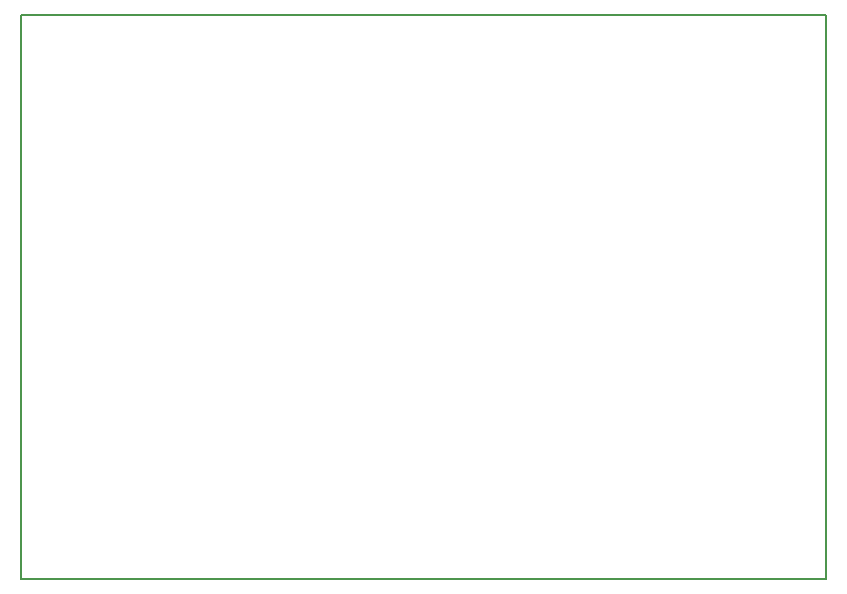
<source format=gbr>
%TF.GenerationSoftware,KiCad,Pcbnew,7.0.8*%
%TF.CreationDate,2026-01-30T16:34:38+01:00*%
%TF.ProjectId,taxanRGB,74617861-6e52-4474-922e-6b696361645f,rev?*%
%TF.SameCoordinates,Original*%
%TF.FileFunction,Profile,NP*%
%FSLAX46Y46*%
G04 Gerber Fmt 4.6, Leading zero omitted, Abs format (unit mm)*
G04 Created by KiCad (PCBNEW 7.0.8) date 2026-01-30 16:34:38*
%MOMM*%
%LPD*%
G01*
G04 APERTURE LIST*
%TA.AperFunction,Profile*%
%ADD10C,0.200000*%
%TD*%
G04 APERTURE END LIST*
D10*
X32726805Y-18936805D02*
X100876805Y-18936805D01*
X100876805Y-66666805D01*
X32726805Y-66666805D01*
X32726805Y-18936805D01*
M02*

</source>
